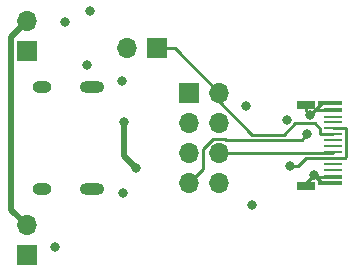
<source format=gbl>
G04 #@! TF.GenerationSoftware,KiCad,Pcbnew,7.0.2-0*
G04 #@! TF.CreationDate,2023-12-31T01:39:30-06:00*
G04 #@! TF.ProjectId,usb_programmer,7573625f-7072-46f6-9772-616d6d65722e,rev?*
G04 #@! TF.SameCoordinates,Original*
G04 #@! TF.FileFunction,Copper,L4,Bot*
G04 #@! TF.FilePolarity,Positive*
%FSLAX46Y46*%
G04 Gerber Fmt 4.6, Leading zero omitted, Abs format (unit mm)*
G04 Created by KiCad (PCBNEW 7.0.2-0) date 2023-12-31 01:39:30*
%MOMM*%
%LPD*%
G01*
G04 APERTURE LIST*
G04 #@! TA.AperFunction,ComponentPad*
%ADD10R,1.700000X1.700000*%
G04 #@! TD*
G04 #@! TA.AperFunction,ComponentPad*
%ADD11O,1.700000X1.700000*%
G04 #@! TD*
G04 #@! TA.AperFunction,ComponentPad*
%ADD12O,1.600000X1.000000*%
G04 #@! TD*
G04 #@! TA.AperFunction,ComponentPad*
%ADD13O,2.100000X1.000000*%
G04 #@! TD*
G04 #@! TA.AperFunction,SMDPad,CuDef*
%ADD14R,2.050000X0.360000*%
G04 #@! TD*
G04 #@! TA.AperFunction,SMDPad,CuDef*
%ADD15R,1.500000X0.700000*%
G04 #@! TD*
G04 #@! TA.AperFunction,SMDPad,CuDef*
%ADD16R,1.500000X0.800000*%
G04 #@! TD*
G04 #@! TA.AperFunction,SMDPad,CuDef*
%ADD17R,1.550000X0.410000*%
G04 #@! TD*
G04 #@! TA.AperFunction,SMDPad,CuDef*
%ADD18R,1.550000X0.260000*%
G04 #@! TD*
G04 #@! TA.AperFunction,ViaPad*
%ADD19C,0.800000*%
G04 #@! TD*
G04 #@! TA.AperFunction,Conductor*
%ADD20C,0.250000*%
G04 #@! TD*
G04 #@! TA.AperFunction,Conductor*
%ADD21C,0.500000*%
G04 #@! TD*
G04 APERTURE END LIST*
D10*
X39870000Y-73110000D03*
D11*
X42410000Y-73110000D03*
X39870000Y-75650000D03*
X42410000Y-75650000D03*
X39870000Y-78190000D03*
X42410000Y-78190000D03*
X39870000Y-80730000D03*
X42410000Y-80730000D03*
D12*
X27440000Y-81270000D03*
D13*
X31620000Y-81270000D03*
D12*
X27440000Y-72630000D03*
D13*
X31620000Y-72630000D03*
D10*
X26130000Y-69610000D03*
D11*
X26130000Y-67070000D03*
D14*
X51840000Y-73990000D03*
D15*
X49770000Y-74125000D03*
D14*
X51840000Y-80800000D03*
D16*
X49770000Y-81020000D03*
D17*
X52090000Y-74570000D03*
D18*
X52090000Y-75145000D03*
X52090000Y-75645000D03*
X52090000Y-76145000D03*
X52090000Y-76645000D03*
X52090000Y-77145000D03*
X52090000Y-77645000D03*
X52090000Y-78145000D03*
X52090000Y-78645000D03*
X52090000Y-79145000D03*
X52090000Y-79645000D03*
D17*
X52090000Y-80220000D03*
D10*
X26130000Y-86905000D03*
D11*
X26130000Y-84365000D03*
D10*
X37120000Y-69350000D03*
D11*
X34580000Y-69350000D03*
D19*
X49870000Y-76660000D03*
X48160000Y-75420000D03*
X28500000Y-86150000D03*
X44660000Y-74280000D03*
X45160000Y-82670000D03*
X48395000Y-79345000D03*
X50450000Y-80100000D03*
X50127752Y-75006254D03*
X29390000Y-67165000D03*
X31200000Y-70745000D03*
X34200000Y-72175000D03*
X34260000Y-81640000D03*
X31460000Y-66175000D03*
X35350000Y-79480000D03*
X34380000Y-75600000D03*
D20*
X49870000Y-76660000D02*
X49411068Y-77118932D01*
X41045000Y-79555000D02*
X39870000Y-80730000D01*
X49411068Y-77118932D02*
X43000633Y-77118932D01*
X43000633Y-77118932D02*
X42896701Y-77015000D01*
X42896701Y-77015000D02*
X41923299Y-77015000D01*
X41923299Y-77015000D02*
X41045000Y-77893299D01*
X41045000Y-77893299D02*
X41045000Y-79555000D01*
X42410000Y-73110000D02*
X42410000Y-73860000D01*
X42410000Y-73860000D02*
X45218932Y-76668932D01*
X45218932Y-76668932D02*
X47936373Y-76668932D01*
X47936373Y-76668932D02*
X48874051Y-75731254D01*
X48874051Y-75731254D02*
X50501254Y-75731254D01*
X50501254Y-75731254D02*
X50990000Y-76220000D01*
X50990000Y-76220000D02*
X50990000Y-76600000D01*
X50990000Y-76600000D02*
X51035000Y-76645000D01*
X51035000Y-76645000D02*
X52090000Y-76645000D01*
X50564006Y-74570000D02*
X52090000Y-74570000D01*
X50127752Y-75006254D02*
X49770000Y-74648502D01*
X49770000Y-74648502D02*
X49770000Y-74125000D01*
X50127752Y-75006254D02*
X50564006Y-74570000D01*
X50127752Y-75006254D02*
X51144006Y-73990000D01*
X51144006Y-73990000D02*
X51840000Y-73990000D01*
D21*
X34380000Y-75600000D02*
X34380000Y-78510000D01*
X34380000Y-78510000D02*
X35350000Y-79480000D01*
X26130000Y-67070000D02*
X24830000Y-68370000D01*
X24830000Y-68370000D02*
X24830000Y-83065000D01*
X24830000Y-83065000D02*
X26130000Y-84365000D01*
D20*
X42410000Y-73110000D02*
X38650000Y-69350000D01*
X38650000Y-69350000D02*
X37120000Y-69350000D01*
X42410000Y-78190000D02*
X52045000Y-78190000D01*
X52045000Y-78190000D02*
X52090000Y-78145000D01*
X52090000Y-80220000D02*
X50570000Y-80220000D01*
X50570000Y-80220000D02*
X50450000Y-80100000D01*
X51840000Y-80800000D02*
X51150000Y-80800000D01*
X51150000Y-80800000D02*
X50450000Y-80100000D01*
X49770000Y-81020000D02*
X49770000Y-80780000D01*
X49770000Y-80780000D02*
X50450000Y-80100000D01*
X52090000Y-76145000D02*
X53145000Y-76145000D01*
X53145000Y-76145000D02*
X53190000Y-76190000D01*
X53190000Y-76190000D02*
X53190000Y-78600000D01*
X53190000Y-78600000D02*
X53100000Y-78690000D01*
X53100000Y-78690000D02*
X49740000Y-78690000D01*
X49740000Y-78690000D02*
X49085000Y-79345000D01*
X49085000Y-79345000D02*
X48395000Y-79345000D01*
X48395000Y-79345000D02*
X48370000Y-79370000D01*
M02*

</source>
